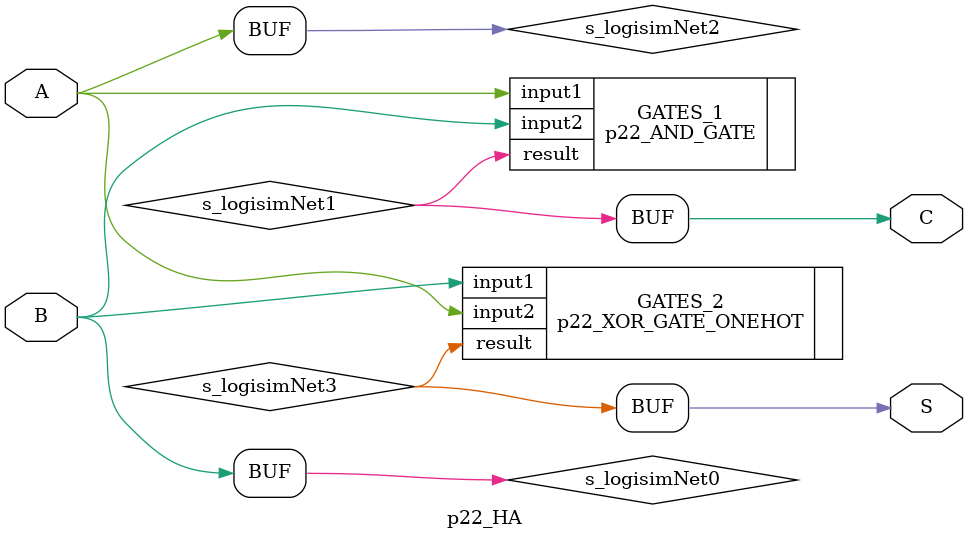
<source format=v>
/******************************************************************************
 ** Logisim-evolution goes FPGA automatic generated Verilog code             **
 ** https://github.com/logisim-evolution/                                    **
 **                                                                          **
 ** Component : HA                                                           **
 **                                                                          **
 *****************************************************************************/

module p22_HA( A,
           B,
           C,
           S );

   /*******************************************************************************
   ** The inputs are defined here                                                **
   *******************************************************************************/
   input A;
   input B;

   /*******************************************************************************
   ** The outputs are defined here                                               **
   *******************************************************************************/
   output C;
   output S;

   /*******************************************************************************
   ** The wires are defined here                                                 **
   *******************************************************************************/
   wire s_logisimNet0;
   wire s_logisimNet1;
   wire s_logisimNet2;
   wire s_logisimNet3;

   /*******************************************************************************
   ** The module functionality is described here                                 **
   *******************************************************************************/

   /*******************************************************************************
   ** Here all input connections are defined                                     **
   *******************************************************************************/
   assign s_logisimNet0 = B;
   assign s_logisimNet2 = A;

   /*******************************************************************************
   ** Here all output connections are defined                                    **
   *******************************************************************************/
   assign C = s_logisimNet1;
   assign S = s_logisimNet3;

   /*******************************************************************************
   ** Here all normal components are defined                                     **
   *******************************************************************************/
   p22_AND_GATE #(.BubblesMask(2'b00))
      GATES_1 (.input1(s_logisimNet2),
               .input2(s_logisimNet0),
               .result(s_logisimNet1));

   p22_XOR_GATE_ONEHOT #(.BubblesMask(2'b00))
      GATES_2 (.input1(s_logisimNet0),
               .input2(s_logisimNet2),
               .result(s_logisimNet3));


endmodule

</source>
